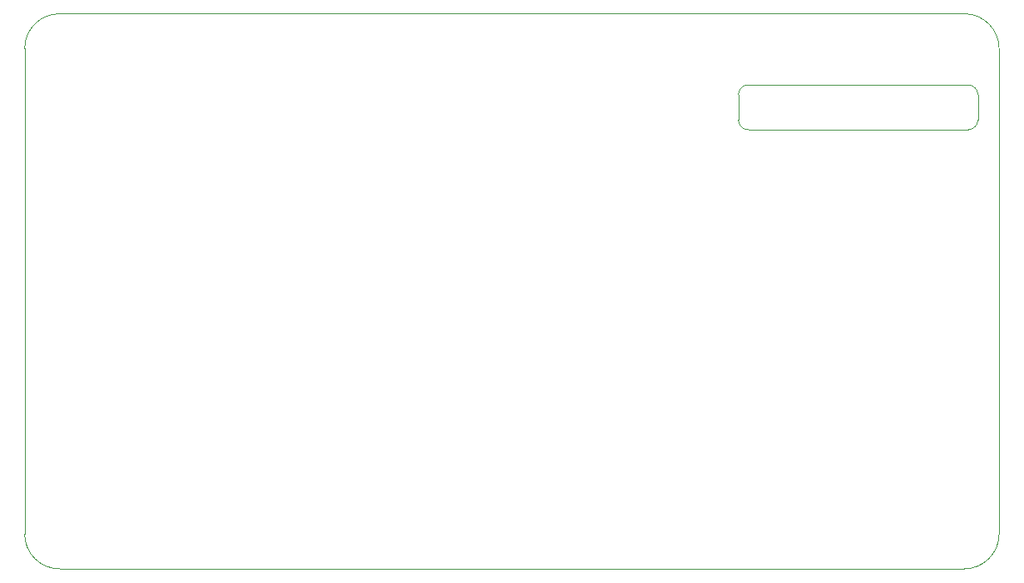
<source format=gm1>
G04 #@! TF.GenerationSoftware,KiCad,Pcbnew,(5.1.8)-1*
G04 #@! TF.CreationDate,2022-07-24T23:30:39+02:00*
G04 #@! TF.ProjectId,Dashboard,44617368-626f-4617-9264-2e6b69636164,rev?*
G04 #@! TF.SameCoordinates,Original*
G04 #@! TF.FileFunction,Profile,NP*
%FSLAX46Y46*%
G04 Gerber Fmt 4.6, Leading zero omitted, Abs format (unit mm)*
G04 Created by KiCad (PCBNEW (5.1.8)-1) date 2022-07-24 23:30:39*
%MOMM*%
%LPD*%
G01*
G04 APERTURE LIST*
G04 #@! TA.AperFunction,Profile*
%ADD10C,0.050000*%
G04 #@! TD*
G04 APERTURE END LIST*
D10*
X180975000Y-130556000D02*
X88900000Y-130556000D01*
X184531000Y-77597000D02*
X184531000Y-127000000D01*
X88900000Y-74041000D02*
X180975000Y-74041000D01*
X85344000Y-127000000D02*
X85344000Y-77597000D01*
X88900000Y-130556000D02*
G75*
G02*
X85344000Y-127000000I0J3556000D01*
G01*
X184531000Y-127000000D02*
G75*
G02*
X180975000Y-130556000I-3556000J0D01*
G01*
X180975000Y-74041000D02*
G75*
G02*
X184531000Y-77597000I0J-3556000D01*
G01*
X85344000Y-77597000D02*
G75*
G02*
X88900000Y-74041000I3556000J0D01*
G01*
X159004000Y-85852000D02*
G75*
G02*
X157988000Y-84836000I0J1016000D01*
G01*
X157988000Y-82296000D02*
G75*
G02*
X159004000Y-81280000I1016000J0D01*
G01*
X181356000Y-81280000D02*
G75*
G02*
X182372000Y-82296000I0J-1016000D01*
G01*
X182372000Y-84836000D02*
G75*
G02*
X181356000Y-85852000I-1016000J0D01*
G01*
X181356000Y-81280000D02*
X159004000Y-81280000D01*
X182372000Y-84836000D02*
X182372000Y-82296000D01*
X159004000Y-85852000D02*
X181356000Y-85852000D01*
X157988000Y-82296000D02*
X157988000Y-84836000D01*
M02*

</source>
